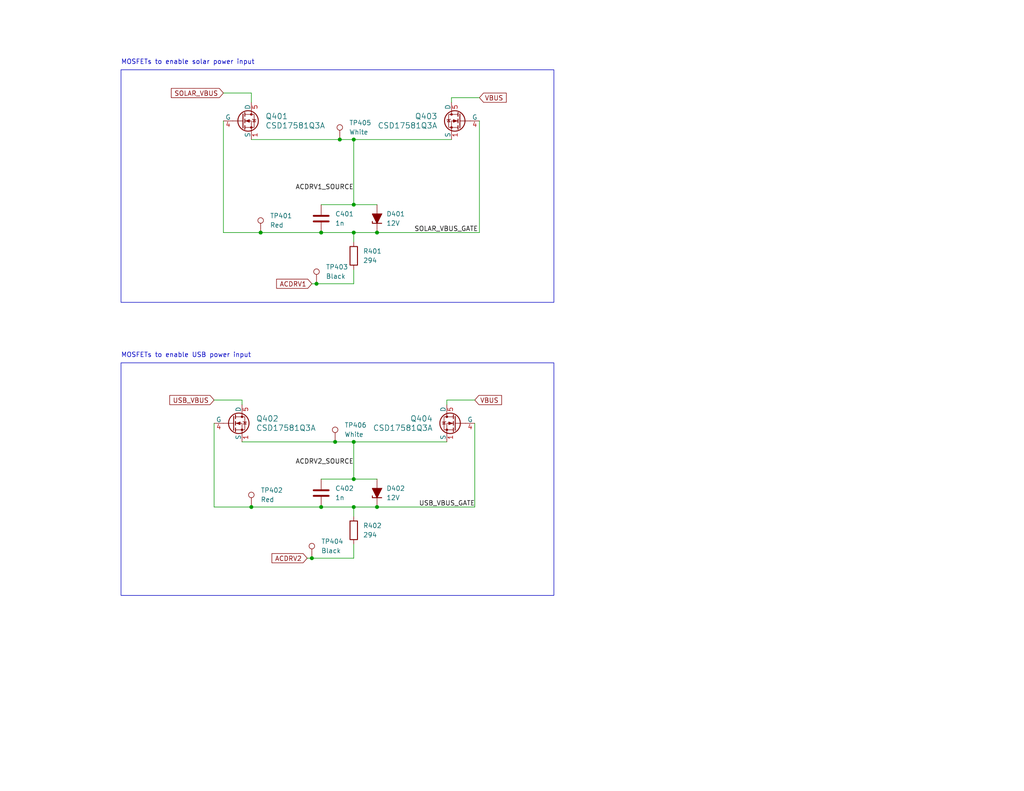
<source format=kicad_sch>
(kicad_sch (version 20230121) (generator eeschema)
  (paper "USLetter")
  (lib_symbols
    (symbol "Connector:TestPoint" (pin_numbers hide) (pin_names (offset 0.762) hide)
      (property "Reference" "TP" (at 0 6.858 0))
      (property "Value" "TestPoint" (at 0 5.08 0))
      (symbol "TestPoint_0_1"
        (circle (center 0 3.302) (radius 0.762))
      )
      (symbol "TestPoint_1_1"
        (pin passive line (at 0 0 90) (length 2.54) (name "1") (number "1"))
      )
    )
    (symbol "Device:C" (pin_numbers hide) (pin_names (offset 0.254))
      (property "Reference" "C" (at 0.635 2.54 0))
      (property "Value" "C" (at 0.635 -2.54 0))
      (symbol "C_0_1"
        (polyline (pts (xy -2.032 -0.762) (xy 2.032 -0.762)) (stroke (width 0.508)))
        (polyline (pts (xy -2.032 0.762) (xy 2.032 0.762)) (stroke (width 0.508)))
      )
      (symbol "C_1_1"
        (pin passive line (at 0 3.81 270) (length 2.794) (name "~") (number "1"))
        (pin passive line (at 0 -3.81 90) (length 2.794) (name "~") (number "2"))
      )
    )
    (symbol "Device:D_Zener_Filled" (pin_numbers hide) (pin_names (offset 1.016) hide)
      (property "Reference" "D" (at 0 2.54 0))
      (property "Value" "D_Zener_Filled" (at 0 -2.54 0))
      (symbol "D_Zener_Filled_0_1"
        (polyline (pts (xy 1.27 0) (xy -1.27 0)))
        (polyline (pts (xy -1.27 -1.27) (xy -1.27 1.27) (xy -0.762 1.27)) (stroke (width 0.254)))
        (polyline (pts (xy 1.27 -1.27) (xy 1.27 1.27) (xy -1.27 0) (xy 1.27 -1.27)) (stroke (width 0.254)) (fill (type outline)))
      )
      (symbol "D_Zener_Filled_1_1"
        (pin passive line (at -3.81 0 0) (length 2.54) (name "K") (number "1"))
        (pin passive line (at 3.81 0 180) (length 2.54) (name "A") (number "2"))
      )
    )
    (symbol "Device:R" (pin_numbers hide) (pin_names (offset 0))
      (property "Reference" "R" (at 2.032 0 90))
      (property "Value" "R" (at 0 0 90))
      (symbol "R_0_1"
        (rectangle (start -1.016 -2.54) (end 1.016 2.54) (stroke (width 0.254)))
      )
      (symbol "R_1_1"
        (pin passive line (at 0 3.81 270) (length 1.27) (name "~") (number "1"))
        (pin passive line (at 0 -3.81 90) (length 1.27) (name "~") (number "2"))
      )
    )
    (symbol "TI CSD17581Q3A:CSD17581Q3A" (pin_names (offset 0))
      (property "Reference" "Q" (at 5.08 1.905 0))
      (property "Value" "CSD17581Q3A" (at 5.08 0 0))
      (symbol "CSD17581Q3A_0_1"
        (polyline (pts (xy 0.254 0) (xy -2.54 0)))
        (polyline (pts (xy 0.254 1.905) (xy 0.254 -1.905)) (stroke (width 0.254)))
        (polyline (pts (xy 0.762 -1.27) (xy 0.762 -2.286)) (stroke (width 0.254)))
        (polyline (pts (xy 0.762 0.508) (xy 0.762 -0.508)) (stroke (width 0.254)))
        (polyline (pts (xy 0.762 2.286) (xy 0.762 1.27)) (stroke (width 0.254)))
        (polyline (pts (xy 2.54 2.54) (xy 2.54 1.778)))
        (polyline (pts (xy 2.54 -2.54) (xy 2.54 0) (xy 0.762 0)))
        (polyline (pts (xy 0.762 -1.778) (xy 3.302 -1.778) (xy 3.302 1.778) (xy 0.762 1.778)))
        (polyline (pts (xy 1.016 0) (xy 2.032 0.381) (xy 2.032 -0.381) (xy 1.016 0)) (fill (type outline)))
        (polyline (pts (xy 2.794 0.508) (xy 2.921 0.381) (xy 3.683 0.381) (xy 3.81 0.254)))
        (polyline (pts (xy 3.302 0.381) (xy 2.921 -0.254) (xy 3.683 -0.254) (xy 3.302 0.381)))
        (circle (center 1.651 0) (radius 2.794) (stroke (width 0.254)))
        (circle (center 2.54 -1.778) (radius 0.254) (fill (type outline)))
        (circle (center 2.54 1.778) (radius 0.254) (fill (type outline)))
      )
      (symbol "CSD17581Q3A_1_1"
        (pin passive line (at 2.54 -5.08 90) (length 2.54) (name "S") (number "1"))
        (pin passive line (at 2.54 -5.08 90) (length 2.54) hide (name "S") (number "2"))
        (pin passive line (at 2.54 -5.08 90) (length 2.54) hide (name "S") (number "3"))
        (pin passive line (at -5.08 0 0) (length 2.54) (name "G") (number "4"))
        (pin passive line (at 2.54 5.08 270) (length 2.54) (name "D") (number "5"))
      )
    )
  )
  (junction (at 96.52 130.81))
  (junction (at 96.52 120.65))
  (junction (at 102.87 138.43))
  (junction (at 87.63 63.5))
  (junction (at 102.87 63.5))
  (junction (at 71.12 63.5))
  (junction (at 96.52 63.5))
  (junction (at 96.52 38.1))
  (junction (at 86.36 77.47))
  (junction (at 87.63 138.43))
  (junction (at 92.71 38.1))
  (junction (at 85.09 152.4))
  (junction (at 96.52 138.43))
  (junction (at 91.44 120.65))
  (junction (at 96.52 55.88))
  (junction (at 68.58 138.43))
  (wire (pts (xy 130.81 26.67) (xy 123.19 26.67)))
  (wire (pts (xy 96.52 138.43) (xy 102.87 138.43)))
  (wire (pts (xy 87.63 63.5) (xy 96.52 63.5)))
  (wire (pts (xy 96.52 38.1) (xy 92.71 38.1)))
  (wire (pts (xy 66.04 120.65) (xy 91.44 120.65)))
  (wire (pts (xy 68.58 38.1) (xy 92.71 38.1)))
  (wire (pts (xy 66.04 109.22) (xy 66.04 110.49)))
  (wire (pts (xy 129.54 109.22) (xy 121.92 109.22)))
  (wire (pts (xy 96.52 63.5) (xy 96.52 66.04)))
  (wire (pts (xy 130.81 63.5) (xy 130.81 33.02)))
  (wire (pts (xy 71.12 63.5) (xy 87.63 63.5)))
  (wire (pts (xy 68.58 25.4) (xy 68.58 27.94)))
  (wire (pts (xy 85.09 152.4) (xy 96.52 152.4)))
  (wire (pts (xy 58.42 138.43) (xy 68.58 138.43)))
  (wire (pts (xy 96.52 55.88) (xy 102.87 55.88)))
  (wire (pts (xy 96.52 38.1) (xy 96.52 55.88)))
  (wire (pts (xy 60.96 25.4) (xy 68.58 25.4)))
  (wire (pts (xy 102.87 138.43) (xy 129.54 138.43)))
  (wire (pts (xy 91.44 120.65) (xy 96.52 120.65)))
  (wire (pts (xy 96.52 152.4) (xy 96.52 148.59)))
  (wire (pts (xy 96.52 130.81) (xy 102.87 130.81)))
  (wire (pts (xy 68.58 138.43) (xy 87.63 138.43)))
  (wire (pts (xy 60.96 63.5) (xy 71.12 63.5)))
  (wire (pts (xy 129.54 138.43) (xy 129.54 115.57)))
  (wire (pts (xy 121.92 109.22) (xy 121.92 110.49)))
  (wire (pts (xy 87.63 138.43) (xy 96.52 138.43)))
  (wire (pts (xy 58.42 109.22) (xy 66.04 109.22)))
  (wire (pts (xy 96.52 38.1) (xy 123.19 38.1)))
  (wire (pts (xy 123.19 26.67) (xy 123.19 27.94)))
  (wire (pts (xy 96.52 77.47) (xy 96.52 73.66)))
  (wire (pts (xy 102.87 63.5) (xy 130.81 63.5)))
  (wire (pts (xy 96.52 63.5) (xy 102.87 63.5)))
  (wire (pts (xy 87.63 55.88) (xy 96.52 55.88)))
  (wire (pts (xy 58.42 115.57) (xy 58.42 138.43)))
  (wire (pts (xy 96.52 138.43) (xy 96.52 140.97)))
  (wire (pts (xy 86.36 77.47) (xy 96.52 77.47)))
  (wire (pts (xy 96.52 120.65) (xy 96.52 130.81)))
  (wire (pts (xy 85.09 77.47) (xy 86.36 77.47)))
  (wire (pts (xy 87.63 130.81) (xy 96.52 130.81)))
  (wire (pts (xy 96.52 120.65) (xy 121.92 120.65)))
  (wire (pts (xy 60.96 33.02) (xy 60.96 63.5)))
  (wire (pts (xy 83.82 152.4) (xy 85.09 152.4)))
  (rectangle (start 33.02 99.06) (end 151.13 162.56))
  (rectangle (start 33.02 19.05) (end 151.13 82.55))
  (text "MOSFETs to enable USB power input" (at 33.02 97.79 0) (effects (font (size 1.27 1.27)) (justify left bottom)))
  (text "MOSFETs to enable solar power input" (at 33.02 17.78 0) (effects (font (size 1.27 1.27)) (justify left bottom)))
  (label "USB_VBUS_GATE" (at 114.3 138.43 0))
  (label "SOLAR_VBUS_GATE" (at 113.03 63.5 0))
  (label "ACDRV2_SOURCE" (at 96.52 127 180))
  (label "ACDRV1_SOURCE" (at 96.52 52.07 180))
  (global_label "ACDRV1" (shape input) (at 85.09 77.47 180) (property "Intersheetrefs" "${INTERSHEET_REFS}" (at 74.9081 77.47 0) (effects (justify right))))
  (global_label "VBUS" (shape input) (at 129.54 109.22 0) (property "Intersheetrefs" "${INTERSHEET_REFS}" (at 137.4238 109.22 0) (effects (justify left))))
  (global_label "USB_VBUS" (shape input) (at 58.42 109.22 180) (property "Intersheetrefs" "${INTERSHEET_REFS}" (at 45.7586 109.22 0) (effects (justify right))))
  (global_label "VBUS" (shape input) (at 130.81 26.67 0) (property "Intersheetrefs" "${INTERSHEET_REFS}" (at 138.6938 26.67 0) (effects (justify left))))
  (global_label "ACDRV2" (shape input) (at 83.82 152.4 180) (property "Intersheetrefs" "${INTERSHEET_REFS}" (at 73.6381 152.4 0) (effects (justify right))))
  (global_label "SOLAR_VBUS" (shape input) (at 60.96 25.4 180) (property "Intersheetrefs" "${INTERSHEET_REFS}" (at 39.8319 25.4 0) (effects (justify right))))
  (symbol (lib_id "Device:D_Zener_Filled") (at 102.87 59.69 90) (unit 1)
    (property "Reference" "D401" (at 105.41 58.42 90) (effects (justify right)))
    (property "Value" "12V" (at 105.41 60.96 90) (effects (justify right)))
    (property "Footprint" "Diode_SMD:D_SOD-523" (effects hide))
    (property "Manufacturer Part Number" "BZT52C12T-7" (effects hide))
    (property "Manufacturer" "Diodes Incorporated" (effects hide))
    (property "MPN" "C507911" (effects hide))
    (property "Active" "Y" (effects hide))
  )
  (symbol (lib_id "Connector:TestPoint") (at 91.44 120.65 0) (unit 1)
    (property "Reference" "TP406" (at 93.98 116.078 0) (effects (justify left)))
    (property "Value" "White" (at 93.98 118.618 0) (effects (justify left)))
    (property "Footprint" "TestPoint:TestPoint_Keystone_5000-5004_Miniature" (effects hide))
    (property "MPN" "C238123" (effects hide))
    (property "Manufacturer" "Keystone" (effects hide))
    (property "Manufacturer Part Number" "5002" (effects hide))
    (property "Active" "Y" (effects hide))
  )
  (symbol (lib_id "Connector:TestPoint") (at 92.71 38.1 0) (unit 1)
    (property "Reference" "TP405" (at 95.25 33.528 0) (effects (justify left)))
    (property "Value" "White" (at 95.25 36.068 0) (effects (justify left)))
    (property "Footprint" "TestPoint:TestPoint_Keystone_5000-5004_Miniature" (effects hide))
    (property "MPN" "C238123" (effects hide))
    (property "Manufacturer" "Keystone" (effects hide))
    (property "Manufacturer Part Number" "5002" (effects hide))
    (property "Active" "Y" (effects hide))
  )
  (symbol (lib_id "TI CSD17581Q3A:CSD17581Q3A") (at 124.46 115.57 0) (mirror y) (unit 1)
    (property "Reference" "Q404" (at 118.11 114.3 0) (effects (font (size 1.524 1.524)) (justify left)))
    (property "Value" "CSD17581Q3A" (at 118.11 116.84 0) (effects (font (size 1.524 1.524)) (justify left)))
    (property "Footprint" "footprints:Q3A_TEX" (effects hide))
    (property "Datasheet" "https://www.ti.com/product/CSD17581Q3A" (effects hide))
  )
  (symbol (lib_id "TI CSD17581Q3A:CSD17581Q3A") (at 66.04 33.02 0) (unit 1)
    (property "Reference" "Q401" (at 72.39 31.75 0) (effects (font (size 1.524 1.524)) (justify left)))
    (property "Value" "CSD17581Q3A" (at 72.39 34.29 0) (effects (font (size 1.524 1.524)) (justify left)))
    (property "Footprint" "footprints:Q3A_TEX" (effects hide))
    (property "Datasheet" "https://www.ti.com/product/CSD17581Q3A" (effects hide))
  )
  (symbol (lib_id "Connector:TestPoint") (at 68.58 138.43 0) (unit 1)
    (property "Reference" "TP402" (at 71.12 133.858 0) (effects (justify left)))
    (property "Value" "Red" (at 71.12 136.398 0) (effects (justify left)))
    (property "Footprint" "TestPoint:TestPoint_Keystone_5000-5004_Miniature" (effects hide))
    (property "MPN" "C5199900" (effects hide))
    (property "Manufacturer" "Keystone" (effects hide))
    (property "Manufacturer Part Number" "5000" (effects hide))
    (property "Active" "Y" (effects hide))
  )
  (symbol (lib_id "Connector:TestPoint") (at 85.09 152.4 0) (unit 1)
    (property "Reference" "TP404" (at 87.63 147.828 0) (effects (justify left)))
    (property "Value" "Black" (at 87.63 150.368 0) (effects (justify left)))
    (property "Footprint" "TestPoint:TestPoint_Keystone_5000-5004_Miniature" (effects hide))
    (property "Active" "Y" (effects hide))
    (property "MPN" "C238122" (effects hide))
    (property "Manufacturer" "Keystone" (effects hide))
    (property "Manufacturer Part Number" "5001" (effects hide))
  )
  (symbol (lib_id "Device:C") (at 87.63 134.62 0) (unit 1)
    (property "Reference" "C402" (at 91.44 133.35 0) (effects (justify left)))
    (property "Value" "1n" (at 91.44 135.89 0) (effects (justify left)))
    (property "Footprint" "footprints:C_0402_1005Metric" (effects hide))
    (property "Manufacturer Part Number" "GRM1555C1H102JA01D" (effects hide))
    (property "Manufacturer" "Murata Electronics" (effects hide))
    (property "Designed Manufacturer" "Murata Electronics" (effects hide))
    (property "Designed Part Number" "GRM1555C1H102FA01D" (effects hide))
    (property "MPN" "C76947" (effects hide))
    (property "Active" "Y" (effects hide))
  )
  (symbol (lib_id "Device:D_Zener_Filled") (at 102.87 134.62 90) (unit 1)
    (property "Reference" "D402" (at 105.41 133.35 90) (effects (justify right)))
    (property "Value" "12V" (at 105.41 135.89 90) (effects (justify right)))
    (property "Footprint" "Diode_SMD:D_SOD-523" (effects hide))
    (property "Manufacturer Part Number" "BZT52C12T-7" (effects hide))
    (property "Manufacturer" "Diodes Incorporated" (effects hide))
    (property "MPN" "C507911" (effects hide))
    (property "Active" "Y" (effects hide))
  )
  (symbol (lib_id "Connector:TestPoint") (at 86.36 77.47 0) (unit 1)
    (property "Reference" "TP403" (at 88.9 72.898 0) (effects (justify left)))
    (property "Value" "Black" (at 88.9 75.438 0) (effects (justify left)))
    (property "Footprint" "TestPoint:TestPoint_Keystone_5000-5004_Miniature" (effects hide))
    (property "MPN" "C238122" (effects hide))
    (property "Manufacturer" "Keystone" (effects hide))
    (property "Manufacturer Part Number" "5001" (effects hide))
    (property "Active" "Y" (effects hide))
  )
  (symbol (lib_id "TI CSD17581Q3A:CSD17581Q3A") (at 63.5 115.57 0) (unit 1)
    (property "Reference" "Q402" (at 69.85 114.3 0) (effects (font (size 1.524 1.524)) (justify left)))
    (property "Value" "CSD17581Q3A" (at 69.85 116.84 0) (effects (font (size 1.524 1.524)) (justify left)))
    (property "Footprint" "footprints:Q3A_TEX" (effects hide))
    (property "Datasheet" "https://www.ti.com/product/CSD17581Q3A" (effects hide))
  )
  (symbol (lib_id "Device:C") (at 87.63 59.69 0) (unit 1)
    (property "Reference" "C401" (at 91.44 58.42 0) (effects (justify left)))
    (property "Value" "1n" (at 91.44 60.96 0) (effects (justify left)))
    (property "Footprint" "footprints:C_0402_1005Metric" (effects hide))
    (property "Manufacturer Part Number" "GRM1555C1H102JA01D" (effects hide))
    (property "Manufacturer" "Murata Electronics" (effects hide))
    (property "Designed Manufacturer" "Murata Electronics" (effects hide))
    (property "Designed Part Number" "GRM1555C1H102FA01D" (effects hide))
    (property "MPN" "C76947" (effects hide))
    (property "Active" "Y" (effects hide))
  )
  (symbol (lib_id "Device:R") (at 96.52 144.78 0) (unit 1)
    (property "Reference" "R402" (at 99.06 143.51 0) (effects (justify left)))
    (property "Value" "294" (at 99.06 146.05 0) (effects (justify left)))
    (property "Footprint" "Resistor_SMD:R_0603_1608Metric" (effects hide))
    (property "Manufacturer Part Number" "RC0603FR-07294RL" (effects hide))
    (property "Manufacturer" "YAGEO" (effects hide))
    (property "Designed Manufacturer" "Vishay-Dale" (effects hide))
    (property "Designed Part Number" "CRCW0603294RFKEA" (effects hide))
    (property "MPN" "C185345" (effects hide))
    (property "Active" "Y" (effects hide))
  )
  (symbol (lib_id "TI CSD17581Q3A:CSD17581Q3A") (at 125.73 33.02 0) (mirror y) (unit 1)
    (property "Reference" "Q403" (at 119.38 31.75 0) (effects (font (size 1.524 1.524)) (justify left)))
    (property "Value" "CSD17581Q3A" (at 119.38 34.29 0) (effects (font (size 1.524 1.524)) (justify left)))
    (property "Footprint" "footprints:Q3A_TEX" (effects hide))
    (property "Datasheet" "https://www.ti.com/product/CSD17581Q3A" (effects hide))
  )
  (symbol (lib_id "Connector:TestPoint") (at 71.12 63.5 0) (unit 1)
    (property "Reference" "TP401" (at 73.66 58.928 0) (effects (justify left)))
    (property "Value" "Red" (at 73.66 61.468 0) (effects (justify left)))
    (property "Footprint" "TestPoint:TestPoint_Keystone_5000-5004_Miniature" (effects hide))
    (property "MPN" "C5199900" (effects hide))
    (property "Manufacturer" "Keystone" (effects hide))
    (property "Manufacturer Part Number" "5000" (effects hide))
    (property "Active" "Y" (effects hide))
  )
  (symbol (lib_id "Device:R") (at 96.52 69.85 0) (unit 1)
    (property "Reference" "R401" (at 99.06 68.58 0) (effects (justify left)))
    (property "Value" "294" (at 99.06 71.12 0) (effects (justify left)))
    (property "Footprint" "Resistor_SMD:R_0603_1608Metric" (effects hide))
    (property "Manufacturer Part Number" "RC0603FR-07294RL" (effects hide))
    (property "Manufacturer" "YAGEO" (effects hide))
    (property "Designed Manufacturer" "Vishay-Dale" (effects hide))
    (property "Designed Part Number" "CRCW0603294RFKEA" (effects hide))
    (property "MPN" "C185345" (effects hide))
    (property "Active" "Y" (effects hide))
  )
)
</source>
